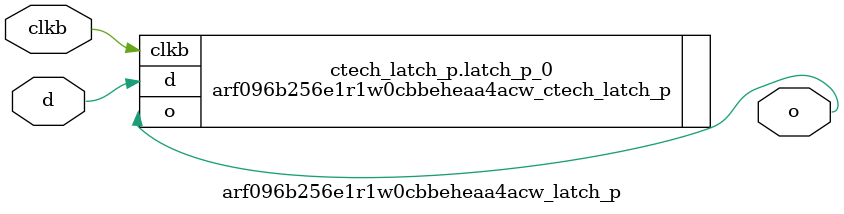
<source format=sv>

`ifndef ARF096B256E1R1W0CBBEHEAA4ACW_LATCH_P_SV
`define ARF096B256E1R1W0CBBEHEAA4ACW_LATCH_P_SV

module arf096b256e1r1w0cbbeheaa4acw_latch_p #
(
  parameter CTECH = 1
)
(
  output logic o,
  input  logic d,
  input  logic clkb
);

  if (CTECH == 1) begin: ctech_latch_p
    arf096b256e1r1w0cbbeheaa4acw_ctech_latch_p latch_p_0 (.o(o),.d(d),.clkb(clkb));
  end
  else begin
    always_latch begin
      if (~clkb) begin
        o <= d;
      end
    end
  end

endmodule // arf096b256e1r1w0cbbeheaa4acw_latch_p

`endif // ARF096B256E1R1W0CBBEHEAA4ACW_LATCH_P_SV
</source>
